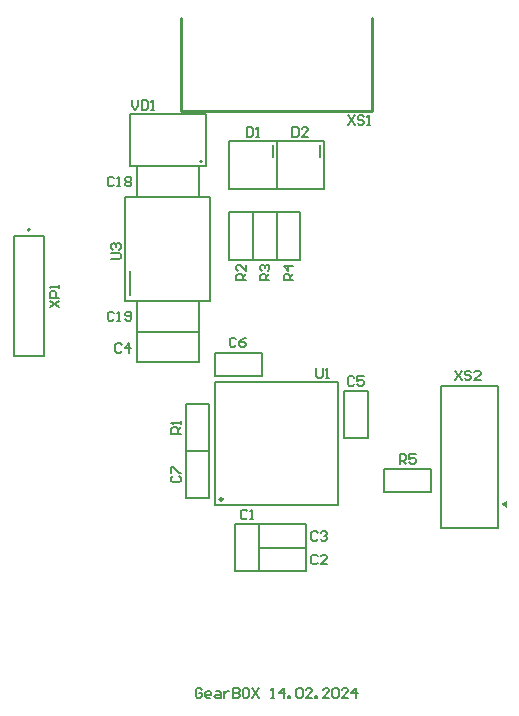
<source format=gto>
G04*
G04 #@! TF.GenerationSoftware,Altium Limited,Altium Designer,22.3.1 (43)*
G04*
G04 Layer_Color=16776960*
%FSLAX42Y42*%
%MOMM*%
G71*
G04*
G04 #@! TF.SameCoordinates,DE2D453C-2018-43DC-BA3E-C0A36525B8C9*
G04*
G04*
G04 #@! TF.FilePolarity,Positive*
G04*
G01*
G75*
%ADD10C,0.25*%
%ADD11C,0.20*%
%ADD12C,0.25*%
G36*
X4200Y2100D02*
X4250Y2070D01*
Y2130D01*
X4200Y2100D01*
D02*
G37*
D10*
X1842Y2140D02*
G03*
X1842Y2140I-12J0D01*
G01*
D11*
X210Y4423D02*
G03*
X210Y4423I-10J0D01*
G01*
X1670Y5000D02*
G03*
X1670Y5000I-10J0D01*
G01*
X2180Y3180D02*
Y3380D01*
X1780Y3180D02*
Y3380D01*
Y3180D02*
X2180D01*
X1780Y3380D02*
X2180D01*
X2820Y2090D02*
Y3130D01*
X1780D02*
X2820D01*
X1780Y2090D02*
X2820D01*
X1780D02*
Y3130D01*
X1530Y2950D02*
X1730D01*
X1530Y2550D02*
X1730D01*
Y2950D01*
X1530Y2550D02*
Y2950D01*
Y2550D02*
X1730D01*
X1530Y2150D02*
X1730D01*
Y2550D01*
X1530Y2150D02*
Y2550D01*
X1950Y1530D02*
X2150D01*
X1950Y1930D02*
X2150D01*
X1950Y1530D02*
Y1930D01*
X2150Y1530D02*
Y1930D01*
Y1531D02*
Y1731D01*
X2550Y1531D02*
Y1731D01*
X2150D02*
X2550D01*
X2150Y1531D02*
X2550D01*
X2150Y1731D02*
Y1931D01*
X2550Y1731D02*
Y1931D01*
X2150D02*
X2550D01*
X2150Y1731D02*
X2550D01*
X2870Y2660D02*
X3070D01*
X2870Y3060D02*
X3070D01*
X2870Y2660D02*
Y3060D01*
X3070Y2660D02*
Y3060D01*
X73Y4371D02*
X327D01*
X73Y3355D02*
X327D01*
Y4371D01*
X73Y3355D02*
Y4371D01*
X1120Y3560D02*
Y3820D01*
X1640Y3560D02*
Y3820D01*
X1120D02*
X1640D01*
X1120Y3560D02*
X1640D01*
X1120Y3300D02*
Y3560D01*
X1640Y3300D02*
Y3560D01*
X1120D02*
X1640D01*
X1120Y3300D02*
X1640D01*
X1120Y4700D02*
Y4960D01*
X1640Y4700D02*
Y4960D01*
X1120D02*
X1640D01*
X1120Y4700D02*
X1640D01*
X1060Y3870D02*
Y4070D01*
X1740Y3820D02*
Y4700D01*
X1020Y3820D02*
Y4700D01*
X1740D01*
X1020Y3820D02*
X1740D01*
X1700Y4960D02*
Y5400D01*
X1060Y4960D02*
Y5400D01*
Y4960D02*
X1700D01*
X1060Y5400D02*
X1700D01*
X2300Y4570D02*
X2500D01*
X2300Y4170D02*
X2500D01*
Y4570D01*
X2300Y4170D02*
Y4570D01*
X2100D02*
X2300D01*
X2100Y4170D02*
X2300D01*
Y4570D01*
X2100Y4170D02*
Y4570D01*
X1900D02*
X2100D01*
X1900Y4170D02*
X2100D01*
Y4570D01*
X1900Y4170D02*
Y4570D01*
X2270Y5040D02*
Y5140D01*
X1900Y5170D02*
X2300D01*
X1900Y4770D02*
X2300D01*
Y5170D01*
X1900Y4770D02*
Y5170D01*
X2670Y5040D02*
Y5140D01*
X2300Y5170D02*
X2700D01*
X2300Y4770D02*
X2700D01*
Y5170D01*
X2300Y4770D02*
Y5170D01*
X3210Y2200D02*
Y2400D01*
X3610Y2200D02*
Y2400D01*
X3210D02*
X3610D01*
X3210Y2200D02*
X3610D01*
X3692Y1900D02*
X4172D01*
X3692Y3100D02*
X4172D01*
X3692Y1900D02*
Y3100D01*
X4172Y1900D02*
Y3100D01*
X1667Y527D02*
X1654Y540D01*
X1627D01*
X1614Y527D01*
Y473D01*
X1627Y460D01*
X1654D01*
X1667Y473D01*
Y500D01*
X1640D01*
X1734Y460D02*
X1707D01*
X1694Y473D01*
Y500D01*
X1707Y513D01*
X1734D01*
X1747Y500D01*
Y487D01*
X1694D01*
X1787Y513D02*
X1813D01*
X1827Y500D01*
Y460D01*
X1787D01*
X1774Y473D01*
X1787Y487D01*
X1827D01*
X1853Y513D02*
Y460D01*
Y487D01*
X1867Y500D01*
X1880Y513D01*
X1893D01*
X1933Y540D02*
Y460D01*
X1973D01*
X1987Y473D01*
Y487D01*
X1973Y500D01*
X1933D01*
X1973D01*
X1987Y513D01*
Y527D01*
X1973Y540D01*
X1933D01*
X2053D02*
X2027D01*
X2013Y527D01*
Y473D01*
X2027Y460D01*
X2053D01*
X2067Y473D01*
Y527D01*
X2053Y540D01*
X2093D02*
X2147Y460D01*
Y540D02*
X2093Y460D01*
X2253D02*
X2280D01*
X2267D01*
Y540D01*
X2253Y527D01*
X2360Y460D02*
Y540D01*
X2320Y500D01*
X2373D01*
X2400Y460D02*
Y473D01*
X2413D01*
Y460D01*
X2400D01*
X2467Y527D02*
X2480Y540D01*
X2507D01*
X2520Y527D01*
Y473D01*
X2507Y460D01*
X2480D01*
X2467Y473D01*
Y527D01*
X2600Y460D02*
X2547D01*
X2600Y513D01*
Y527D01*
X2587Y540D01*
X2560D01*
X2547Y527D01*
X2627Y460D02*
Y473D01*
X2640D01*
Y460D01*
X2627D01*
X2747D02*
X2693D01*
X2747Y513D01*
Y527D01*
X2733Y540D01*
X2707D01*
X2693Y527D01*
X2773D02*
X2787Y540D01*
X2813D01*
X2826Y527D01*
Y473D01*
X2813Y460D01*
X2787D01*
X2773Y473D01*
Y527D01*
X2906Y460D02*
X2853D01*
X2906Y513D01*
Y527D01*
X2893Y540D01*
X2866D01*
X2853Y527D01*
X2973Y460D02*
Y540D01*
X2933Y500D01*
X2986D01*
X1957Y3497D02*
X1943Y3510D01*
X1917D01*
X1903Y3497D01*
Y3443D01*
X1917Y3430D01*
X1943D01*
X1957Y3443D01*
X2037Y3510D02*
X2010Y3497D01*
X1983Y3470D01*
Y3443D01*
X1997Y3430D01*
X2023D01*
X2037Y3443D01*
Y3457D01*
X2023Y3470D01*
X1983D01*
X2637Y3250D02*
Y3183D01*
X2650Y3170D01*
X2677D01*
X2690Y3183D01*
Y3250D01*
X2717Y3170D02*
X2743D01*
X2730D01*
Y3250D01*
X2717Y3237D01*
X1490Y2697D02*
X1410D01*
Y2737D01*
X1423Y2750D01*
X1450D01*
X1463Y2737D01*
Y2697D01*
Y2723D02*
X1490Y2750D01*
Y2777D02*
Y2803D01*
Y2790D01*
X1410D01*
X1423Y2777D01*
Y2337D02*
X1410Y2323D01*
Y2297D01*
X1423Y2283D01*
X1477D01*
X1490Y2297D01*
Y2323D01*
X1477Y2337D01*
X1410Y2363D02*
Y2417D01*
X1423D01*
X1477Y2363D01*
X1490D01*
X2050Y2037D02*
X2037Y2050D01*
X2010D01*
X1997Y2037D01*
Y1983D01*
X2010Y1970D01*
X2037D01*
X2050Y1983D01*
X2077Y1970D02*
X2103D01*
X2090D01*
Y2050D01*
X2077Y2037D01*
X2647Y1657D02*
X2633Y1670D01*
X2607D01*
X2593Y1657D01*
Y1603D01*
X2607Y1590D01*
X2633D01*
X2647Y1603D01*
X2727Y1590D02*
X2673D01*
X2727Y1643D01*
Y1657D01*
X2713Y1670D01*
X2687D01*
X2673Y1657D01*
X2647Y1857D02*
X2633Y1870D01*
X2607D01*
X2593Y1857D01*
Y1803D01*
X2607Y1790D01*
X2633D01*
X2647Y1803D01*
X2673Y1857D02*
X2687Y1870D01*
X2713D01*
X2727Y1857D01*
Y1843D01*
X2713Y1830D01*
X2700D01*
X2713D01*
X2727Y1817D01*
Y1803D01*
X2713Y1790D01*
X2687D01*
X2673Y1803D01*
X2957Y3167D02*
X2943Y3180D01*
X2917D01*
X2903Y3167D01*
Y3113D01*
X2917Y3100D01*
X2943D01*
X2957Y3113D01*
X3037Y3180D02*
X2983D01*
Y3140D01*
X3010Y3153D01*
X3023D01*
X3037Y3140D01*
Y3113D01*
X3023Y3100D01*
X2997D01*
X2983Y3113D01*
X380Y3767D02*
X460Y3820D01*
X380D02*
X460Y3767D01*
Y3847D02*
X380D01*
Y3887D01*
X393Y3900D01*
X420D01*
X433Y3887D01*
Y3847D01*
X460Y3927D02*
Y3953D01*
Y3940D01*
X380D01*
X393Y3927D01*
X923Y3717D02*
X910Y3730D01*
X883D01*
X870Y3717D01*
Y3663D01*
X883Y3650D01*
X910D01*
X923Y3663D01*
X950Y3650D02*
X977D01*
X963D01*
Y3730D01*
X950Y3717D01*
X1017Y3663D02*
X1030Y3650D01*
X1057D01*
X1070Y3663D01*
Y3717D01*
X1057Y3730D01*
X1030D01*
X1017Y3717D01*
Y3703D01*
X1030Y3690D01*
X1070D01*
X987Y3447D02*
X973Y3460D01*
X947D01*
X933Y3447D01*
Y3393D01*
X947Y3380D01*
X973D01*
X987Y3393D01*
X1053Y3380D02*
Y3460D01*
X1013Y3420D01*
X1067D01*
X923Y4857D02*
X910Y4870D01*
X883D01*
X870Y4857D01*
Y4803D01*
X883Y4790D01*
X910D01*
X923Y4803D01*
X950Y4790D02*
X977D01*
X963D01*
Y4870D01*
X950Y4857D01*
X1017D02*
X1030Y4870D01*
X1057D01*
X1070Y4857D01*
Y4843D01*
X1057Y4830D01*
X1070Y4817D01*
Y4803D01*
X1057Y4790D01*
X1030D01*
X1017Y4803D01*
Y4817D01*
X1030Y4830D01*
X1017Y4843D01*
Y4857D01*
X1030Y4830D02*
X1057D01*
X900Y4173D02*
X967D01*
X980Y4187D01*
Y4213D01*
X967Y4227D01*
X900D01*
X913Y4253D02*
X900Y4267D01*
Y4293D01*
X913Y4307D01*
X927D01*
X940Y4293D01*
Y4280D01*
Y4293D01*
X953Y4307D01*
X967D01*
X980Y4293D01*
Y4267D01*
X967Y4253D01*
X1077Y5520D02*
Y5467D01*
X1103Y5440D01*
X1130Y5467D01*
Y5520D01*
X1157D02*
Y5440D01*
X1197D01*
X1210Y5453D01*
Y5507D01*
X1197Y5520D01*
X1157D01*
X1237Y5440D02*
X1263D01*
X1250D01*
Y5520D01*
X1237Y5507D01*
X2440Y3993D02*
X2360D01*
Y4033D01*
X2373Y4047D01*
X2400D01*
X2413Y4033D01*
Y3993D01*
Y4020D02*
X2440Y4047D01*
Y4113D02*
X2360D01*
X2400Y4073D01*
Y4127D01*
X2240Y3993D02*
X2160D01*
Y4033D01*
X2173Y4047D01*
X2200D01*
X2213Y4033D01*
Y3993D01*
Y4020D02*
X2240Y4047D01*
X2173Y4073D02*
X2160Y4087D01*
Y4113D01*
X2173Y4127D01*
X2187D01*
X2200Y4113D01*
Y4100D01*
Y4113D01*
X2213Y4127D01*
X2227D01*
X2240Y4113D01*
Y4087D01*
X2227Y4073D01*
X2040Y3993D02*
X1960D01*
Y4033D01*
X1973Y4047D01*
X2000D01*
X2013Y4033D01*
Y3993D01*
Y4020D02*
X2040Y4047D01*
Y4127D02*
Y4073D01*
X1987Y4127D01*
X1973D01*
X1960Y4113D01*
Y4087D01*
X1973Y4073D01*
X2047Y5290D02*
Y5210D01*
X2087D01*
X2100Y5223D01*
Y5277D01*
X2087Y5290D01*
X2047D01*
X2127Y5210D02*
X2153D01*
X2140D01*
Y5290D01*
X2127Y5277D01*
X2433Y5290D02*
Y5210D01*
X2473D01*
X2487Y5223D01*
Y5277D01*
X2473Y5290D01*
X2433D01*
X2567Y5210D02*
X2513D01*
X2567Y5263D01*
Y5277D01*
X2553Y5290D01*
X2527D01*
X2513Y5277D01*
X3813Y3230D02*
X3867Y3150D01*
Y3230D02*
X3813Y3150D01*
X3947Y3217D02*
X3933Y3230D01*
X3907D01*
X3893Y3217D01*
Y3203D01*
X3907Y3190D01*
X3933D01*
X3947Y3177D01*
Y3163D01*
X3933Y3150D01*
X3907D01*
X3893Y3163D01*
X4027Y3150D02*
X3973D01*
X4027Y3203D01*
Y3217D01*
X4013Y3230D01*
X3987D01*
X3973Y3217D01*
X2907Y5390D02*
X2960Y5310D01*
Y5390D02*
X2907Y5310D01*
X3040Y5377D02*
X3027Y5390D01*
X3000D01*
X2987Y5377D01*
Y5363D01*
X3000Y5350D01*
X3027D01*
X3040Y5337D01*
Y5323D01*
X3027Y5310D01*
X3000D01*
X2987Y5323D01*
X3067Y5310D02*
X3093D01*
X3080D01*
Y5390D01*
X3067Y5377D01*
X3343Y2440D02*
Y2520D01*
X3383D01*
X3397Y2507D01*
Y2480D01*
X3383Y2467D01*
X3343D01*
X3370D02*
X3397Y2440D01*
X3477Y2520D02*
X3423D01*
Y2480D01*
X3450Y2493D01*
X3463D01*
X3477Y2480D01*
Y2453D01*
X3463Y2440D01*
X3437D01*
X3423Y2453D01*
D12*
X1490Y5424D02*
Y6215D01*
Y5424D02*
X3110D01*
Y6215D01*
M02*

</source>
